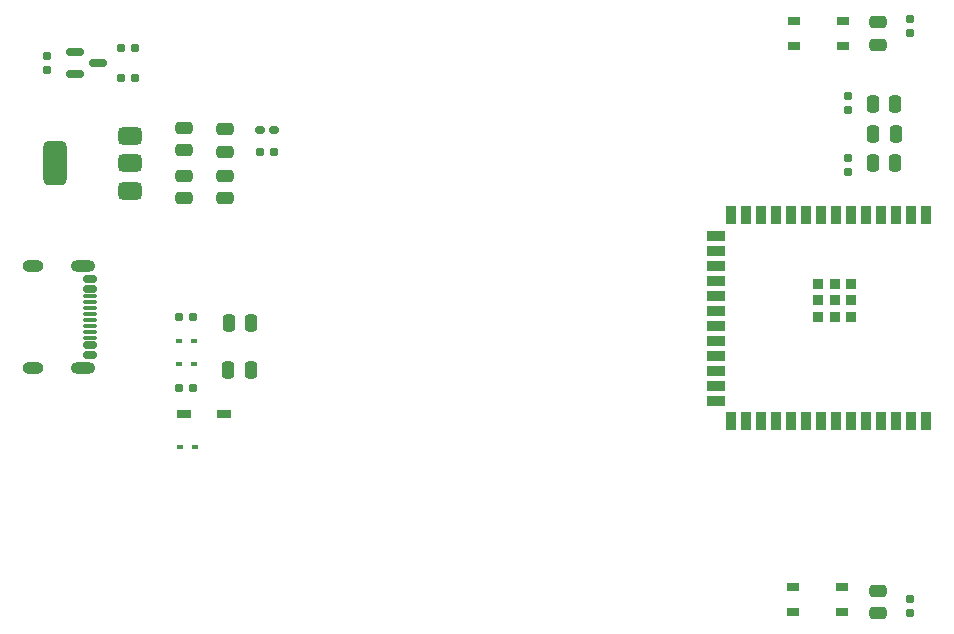
<source format=gbr>
%TF.GenerationSoftware,KiCad,Pcbnew,9.0.2*%
%TF.CreationDate,2025-09-05T17:13:16+02:00*%
%TF.ProjectId,LLM Business Card,4c4c4d20-4275-4736-996e-657373204361,rev?*%
%TF.SameCoordinates,Original*%
%TF.FileFunction,Paste,Top*%
%TF.FilePolarity,Positive*%
%FSLAX46Y46*%
G04 Gerber Fmt 4.6, Leading zero omitted, Abs format (unit mm)*
G04 Created by KiCad (PCBNEW 9.0.2) date 2025-09-05 17:13:16*
%MOMM*%
%LPD*%
G01*
G04 APERTURE LIST*
G04 Aperture macros list*
%AMRoundRect*
0 Rectangle with rounded corners*
0 $1 Rounding radius*
0 $2 $3 $4 $5 $6 $7 $8 $9 X,Y pos of 4 corners*
0 Add a 4 corners polygon primitive as box body*
4,1,4,$2,$3,$4,$5,$6,$7,$8,$9,$2,$3,0*
0 Add four circle primitives for the rounded corners*
1,1,$1+$1,$2,$3*
1,1,$1+$1,$4,$5*
1,1,$1+$1,$6,$7*
1,1,$1+$1,$8,$9*
0 Add four rect primitives between the rounded corners*
20,1,$1+$1,$2,$3,$4,$5,0*
20,1,$1+$1,$4,$5,$6,$7,0*
20,1,$1+$1,$6,$7,$8,$9,0*
20,1,$1+$1,$8,$9,$2,$3,0*%
G04 Aperture macros list end*
%ADD10RoundRect,0.160000X-0.222500X-0.160000X0.222500X-0.160000X0.222500X0.160000X-0.222500X0.160000X0*%
%ADD11RoundRect,0.160000X-0.197500X-0.160000X0.197500X-0.160000X0.197500X0.160000X-0.197500X0.160000X0*%
%ADD12RoundRect,0.250000X-0.475000X0.250000X-0.475000X-0.250000X0.475000X-0.250000X0.475000X0.250000X0*%
%ADD13RoundRect,0.150000X-0.425000X0.150000X-0.425000X-0.150000X0.425000X-0.150000X0.425000X0.150000X0*%
%ADD14RoundRect,0.075000X-0.500000X0.075000X-0.500000X-0.075000X0.500000X-0.075000X0.500000X0.075000X0*%
%ADD15O,2.100000X1.000000*%
%ADD16O,1.800000X1.000000*%
%ADD17RoundRect,0.160000X-0.160000X0.197500X-0.160000X-0.197500X0.160000X-0.197500X0.160000X0.197500X0*%
%ADD18RoundRect,0.250000X-0.250000X-0.475000X0.250000X-0.475000X0.250000X0.475000X-0.250000X0.475000X0*%
%ADD19RoundRect,0.160000X0.197500X0.160000X-0.197500X0.160000X-0.197500X-0.160000X0.197500X-0.160000X0*%
%ADD20R,0.480000X0.400000*%
%ADD21R,0.900000X0.900000*%
%ADD22R,0.900000X1.500000*%
%ADD23R,1.500000X0.900000*%
%ADD24RoundRect,0.375000X0.625000X0.375000X-0.625000X0.375000X-0.625000X-0.375000X0.625000X-0.375000X0*%
%ADD25RoundRect,0.500000X0.500000X1.400000X-0.500000X1.400000X-0.500000X-1.400000X0.500000X-1.400000X0*%
%ADD26RoundRect,0.160000X0.160000X-0.197500X0.160000X0.197500X-0.160000X0.197500X-0.160000X-0.197500X0*%
%ADD27RoundRect,0.150000X-0.587500X-0.150000X0.587500X-0.150000X0.587500X0.150000X-0.587500X0.150000X0*%
%ADD28R,1.210000X0.730000*%
%ADD29RoundRect,0.250000X0.475000X-0.250000X0.475000X0.250000X-0.475000X0.250000X-0.475000X-0.250000X0*%
%ADD30R,1.050000X0.650000*%
G04 APERTURE END LIST*
D10*
%TO.C,D5*%
X121702500Y-111190000D03*
X122847500Y-111190000D03*
%TD*%
D11*
%TO.C,R5*%
X121652500Y-113050000D03*
X122847500Y-113050000D03*
%TD*%
%TO.C,R8*%
X109902500Y-106750000D03*
X111097500Y-106750000D03*
%TD*%
%TO.C,R3*%
X114852500Y-127000000D03*
X116047500Y-127000000D03*
%TD*%
D12*
%TO.C,C8*%
X118750000Y-115050000D03*
X118750000Y-116950000D03*
%TD*%
D13*
%TO.C,J1*%
X107255000Y-123800000D03*
X107255000Y-124600000D03*
D14*
X107255000Y-125750000D03*
X107255000Y-126750000D03*
X107255000Y-127250000D03*
X107255000Y-128250000D03*
D13*
X107255000Y-129400000D03*
X107255000Y-130200000D03*
X107255000Y-130200000D03*
X107255000Y-129400000D03*
D14*
X107255000Y-128750000D03*
X107255000Y-127750000D03*
X107255000Y-126250000D03*
X107255000Y-125250000D03*
D13*
X107255000Y-124600000D03*
X107255000Y-123800000D03*
D15*
X106680000Y-122680000D03*
D16*
X102500000Y-122680000D03*
D15*
X106680000Y-131320000D03*
D16*
X102500000Y-131320000D03*
%TD*%
D17*
%TO.C,R2*%
X171500000Y-108305000D03*
X171500000Y-109500000D03*
%TD*%
D18*
%TO.C,C11*%
X119000000Y-131500000D03*
X120900000Y-131500000D03*
%TD*%
D19*
%TO.C,R14*%
X111097500Y-104250000D03*
X109902500Y-104250000D03*
%TD*%
D12*
%TO.C,C6*%
X115250000Y-111000000D03*
X115250000Y-112900000D03*
%TD*%
D20*
%TO.C,D4*%
X116110000Y-131000000D03*
X114790000Y-131000000D03*
%TD*%
D17*
%TO.C,R7*%
X176750000Y-101750000D03*
X176750000Y-102945000D03*
%TD*%
D20*
%TO.C,D3*%
X116110000Y-129000000D03*
X114790000Y-129000000D03*
%TD*%
D21*
%TO.C,U1*%
X171760000Y-124200000D03*
X170360000Y-124200000D03*
X168960000Y-124200000D03*
X171760000Y-125600000D03*
X170360000Y-125600000D03*
X168960000Y-125600000D03*
X171760000Y-127000000D03*
X170360000Y-127000000D03*
X168960000Y-127000000D03*
D22*
X178080000Y-118350000D03*
X176810000Y-118350000D03*
X175540000Y-118350000D03*
X174270000Y-118350000D03*
X173000000Y-118350000D03*
X171730000Y-118350000D03*
X170460000Y-118350000D03*
X169190000Y-118350000D03*
X167920000Y-118350000D03*
X166650000Y-118350000D03*
X165380000Y-118350000D03*
X164110000Y-118350000D03*
X162840000Y-118350000D03*
X161570000Y-118350000D03*
D23*
X160320000Y-120115000D03*
X160320000Y-121385000D03*
X160320000Y-122655000D03*
X160320000Y-123925000D03*
X160320000Y-125195000D03*
X160320000Y-126465000D03*
X160320000Y-127735000D03*
X160320000Y-129005000D03*
X160320000Y-130275000D03*
X160320000Y-131545000D03*
X160320000Y-132815000D03*
X160320000Y-134085000D03*
D22*
X161570000Y-135850000D03*
X162840000Y-135850000D03*
X164110000Y-135850000D03*
X165380000Y-135850000D03*
X166650000Y-135850000D03*
X167920000Y-135850000D03*
X169190000Y-135850000D03*
X170460000Y-135850000D03*
X171730000Y-135850000D03*
X173000000Y-135850000D03*
X174270000Y-135850000D03*
X175540000Y-135850000D03*
X176810000Y-135850000D03*
X178080000Y-135850000D03*
%TD*%
D17*
%TO.C,R13*%
X103687500Y-104902500D03*
X103687500Y-106097500D03*
%TD*%
D12*
%TO.C,C5*%
X118750000Y-111100000D03*
X118750000Y-113000000D03*
%TD*%
D18*
%TO.C,C4*%
X119050000Y-127500000D03*
X120950000Y-127500000D03*
%TD*%
%TO.C,C2*%
X173600000Y-111500000D03*
X175500000Y-111500000D03*
%TD*%
D24*
%TO.C,U2*%
X110650000Y-116300000D03*
X110650000Y-114000000D03*
D25*
X104350000Y-114000000D03*
D24*
X110650000Y-111700000D03*
%TD*%
D26*
%TO.C,R6*%
X176750000Y-152097500D03*
X176750000Y-150902500D03*
%TD*%
D20*
%TO.C,D2*%
X116200000Y-138000000D03*
X114880000Y-138000000D03*
%TD*%
D27*
%TO.C,Q1*%
X106062500Y-104550000D03*
X106062500Y-106450000D03*
X107937500Y-105500000D03*
%TD*%
D18*
%TO.C,C1*%
X173550000Y-114000000D03*
X175450000Y-114000000D03*
%TD*%
D11*
%TO.C,R4*%
X114852500Y-133000000D03*
X116047500Y-133000000D03*
%TD*%
D18*
%TO.C,C3*%
X173550000Y-109000000D03*
X175450000Y-109000000D03*
%TD*%
D12*
%TO.C,C7*%
X115250000Y-115050000D03*
X115250000Y-116950000D03*
%TD*%
D26*
%TO.C,R1*%
X171500000Y-114695000D03*
X171500000Y-113500000D03*
%TD*%
D28*
%TO.C,D1*%
X115270000Y-135250000D03*
X118630000Y-135250000D03*
%TD*%
D29*
%TO.C,C9*%
X174000000Y-152062500D03*
X174000000Y-150162500D03*
%TD*%
D30*
%TO.C,SW1*%
X166850000Y-149850000D03*
X171000000Y-149850000D03*
X166850000Y-152000000D03*
X171000000Y-152000000D03*
%TD*%
%TO.C,SW2*%
X166925000Y-101925000D03*
X171075000Y-101925000D03*
X166925000Y-104075000D03*
X171075000Y-104075000D03*
%TD*%
D29*
%TO.C,C10*%
X174000000Y-103950000D03*
X174000000Y-102050000D03*
%TD*%
M02*

</source>
